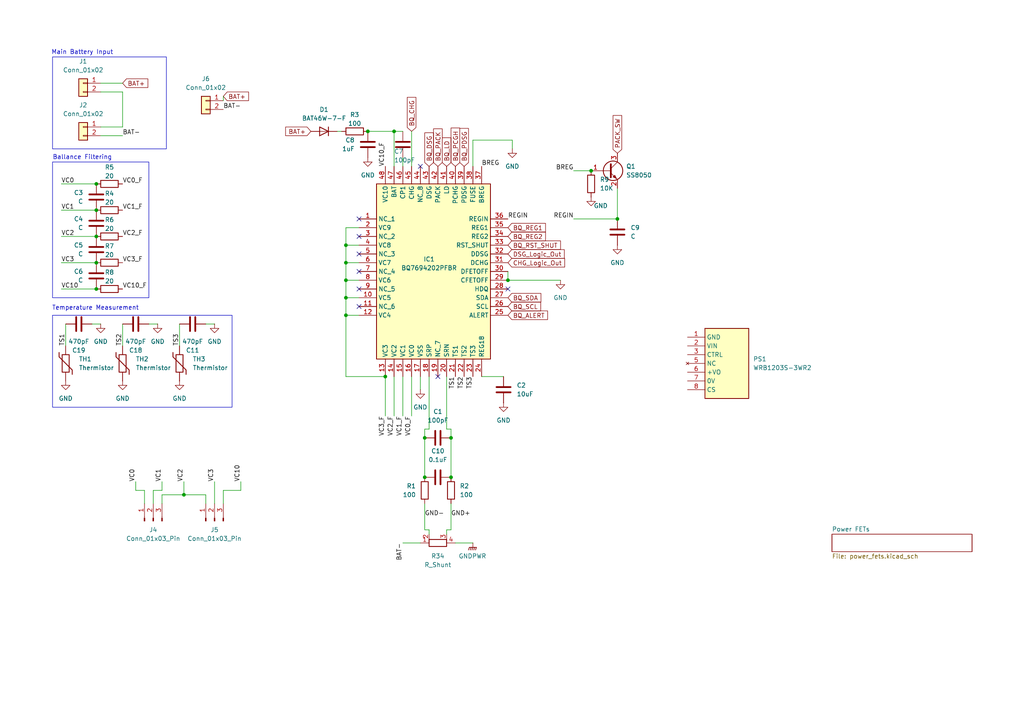
<source format=kicad_sch>
(kicad_sch (version 20250114) (generator "eeschema") (generator_version "9.0")
  (paper "A4")
  (lib_symbols
    (symbol "Connector:Conn_01x03_Pin" (pin_names (offset 1.016) (hide yes))
      (property "Reference" "J" (at 0 5.08 0))
      (property "Value" "Conn_01x03_Pin" (at 0 -5.08 0))
      (symbol "Conn_01x03_Pin_1_1"
        (rectangle (start 0.8636 2.667) (end 0 2.413) (stroke (width 0.1524)) (fill (type outline)))
        (rectangle (start 0.8636 0.127) (end 0 -0.127) (stroke (width 0.1524)) (fill (type outline)))
        (rectangle (start 0.8636 -2.413) (end 0 -2.667) (stroke (width 0.1524)) (fill (type outline)))
        (polyline (pts (xy 1.27 2.54) (xy 0.8636 2.54)) (stroke (width 0.1524)))
        (polyline (pts (xy 1.27 0) (xy 0.8636 0)) (stroke (width 0.1524)))
        (polyline (pts (xy 1.27 -2.54) (xy 0.8636 -2.54)) (stroke (width 0.1524)))
        (pin passive line (at 5.08 2.54 180) (length 3.81) (name "Pin_1") (number "1"))
        (pin passive line (at 5.08 0 180) (length 3.81) (name "Pin_2") (number "2"))
        (pin passive line (at 5.08 -2.54 180) (length 3.81) (name "Pin_3") (number "3"))
      )
    )
    (symbol "Connector_Generic:Conn_01x02" (pin_names (offset 1.016) (hide yes))
      (property "Reference" "J" (at 0 2.54 0))
      (property "Value" "Conn_01x02" (at 0 -5.08 0))
      (symbol "Conn_01x02_1_1"
        (rectangle (start -1.27 1.27) (end 1.27 -3.81) (stroke (width 0.254)) (fill (type background)))
        (rectangle (start -1.27 0.127) (end 0 -0.127) (stroke (width 0.1524)))
        (rectangle (start -1.27 -2.413) (end 0 -2.667) (stroke (width 0.1524)))
        (pin passive line (at -5.08 0 0) (length 3.81) (name "Pin_1") (number "1"))
        (pin passive line (at -5.08 -2.54 0) (length 3.81) (name "Pin_2") (number "2"))
      )
    )
    (symbol "Device:C" (pin_numbers (hide yes)) (pin_names (offset 0.254))
      (property "Reference" "C" (at 0.635 2.54 0))
      (property "Value" "C" (at 0.635 -2.54 0))
      (symbol "C_0_1"
        (polyline (pts (xy -2.032 0.762) (xy 2.032 0.762)) (stroke (width 0.508)))
        (polyline (pts (xy -2.032 -0.762) (xy 2.032 -0.762)) (stroke (width 0.508)))
      )
      (symbol "C_1_1"
        (pin passive line (at 0 3.81 270) (length 2.794) (name "~") (number "1"))
        (pin passive line (at 0 -3.81 90) (length 2.794) (name "~") (number "2"))
      )
    )
    (symbol "Device:D" (pin_numbers (hide yes)) (pin_names (offset 1.016) (hide yes))
      (property "Reference" "D" (at 0 2.54 0))
      (property "Value" "D" (at 0 -2.54 0))
      (symbol "D_0_1"
        (polyline (pts (xy -1.27 1.27) (xy -1.27 -1.27)) (stroke (width 0.254)))
        (polyline (pts (xy 1.27 1.27) (xy 1.27 -1.27) (xy -1.27 0) (xy 1.27 1.27)) (stroke (width 0.254)))
        (polyline (pts (xy 1.27 0) (xy -1.27 0)))
      )
      (symbol "D_1_1"
        (pin passive line (at -3.81 0 0) (length 2.54) (name "K") (number "1"))
        (pin passive line (at 3.81 0 180) (length 2.54) (name "A") (number "2"))
      )
    )
    (symbol "Device:R" (pin_numbers (hide yes)) (pin_names (offset 0))
      (property "Reference" "R" (at 2.032 0 90))
      (property "Value" "R" (at 0 0 90))
      (symbol "R_0_1"
        (rectangle (start -1.016 -2.54) (end 1.016 2.54) (stroke (width 0.254)))
      )
      (symbol "R_1_1"
        (pin passive line (at 0 3.81 270) (length 1.27) (name "~") (number "1"))
        (pin passive line (at 0 -3.81 90) (length 1.27) (name "~") (number "2"))
      )
    )
    (symbol "Device:R_Shunt" (pin_names (offset 0) (hide yes))
      (property "Reference" "R" (at -2.032 0 90))
      (property "Value" "R_Shunt" (at 0 0 90))
      (symbol "R_Shunt_0_1"
        (rectangle (start -1.016 -2.54) (end 1.016 2.54) (stroke (width 0.254)))
        (polyline (pts (xy 0 -2.54) (xy 1.27 -2.54)))
        (polyline (pts (xy 1.27 2.54) (xy 0 2.54)))
      )
      (symbol "R_Shunt_1_1"
        (pin passive line (at 0 5.08 270) (length 2.54) (name "~") (number "1"))
        (pin passive line (at 0 -5.08 90) (length 2.54) (name "~") (number "4"))
        (pin passive line (at 2.54 2.54 180) (length 1.27) (name "~") (number "2"))
        (pin passive line (at 2.54 -2.54 180) (length 1.27) (name "~") (number "3"))
      )
    )
    (symbol "Device:Thermistor" (pin_numbers (hide yes)) (pin_names (offset 0))
      (property "Reference" "TH" (at 2.54 1.27 90))
      (property "Value" "Thermistor" (at -2.54 0 90))
      (symbol "Thermistor_0_1"
        (polyline (pts (xy -1.905 3.175) (xy -1.905 1.905) (xy 1.905 -1.905) (xy 1.905 -3.175)) (stroke (width 0.254)))
      )
      (symbol "Thermistor_1_1"
        (rectangle (start -1.016 2.54) (end 1.016 -2.54) (stroke (width 0.254)))
        (pin passive line (at 0 5.08 270) (length 2.54) (name "~") (number "1"))
        (pin passive line (at 0 -5.08 90) (length 2.54) (name "~") (number "2"))
      )
    )
    (symbol "Samacsys:BQ7694202PFBR"
      (property "Reference" "IC" (at 39.37 15.24 0))
      (property "Value" "BQ7694202PFBR" (at 39.37 12.7 0))
      (symbol "BQ7694202PFBR_1_1"
        (rectangle (start 5.08 10.16) (end 38.1 -40.64) (stroke (width 0.254)) (fill (type background)))
        (pin passive line (at 0 0 0) (length 5.08) (name "NC_1") (number "1"))
        (pin passive line (at 0 -2.54 0) (length 5.08) (name "VC9") (number "2"))
        (pin passive line (at 0 -5.08 0) (length 5.08) (name "NC_2") (number "3"))
        (pin passive line (at 0 -7.62 0) (length 5.08) (name "VC8") (number "4"))
        (pin passive line (at 0 -10.16 0) (length 5.08) (name "NC_3") (number "5"))
        (pin passive line (at 0 -12.7 0) (length 5.08) (name "VC7") (number "6"))
        (pin passive line (at 0 -15.24 0) (length 5.08) (name "NC_4") (number "7"))
        (pin passive line (at 0 -17.78 0) (length 5.08) (name "VC6") (number "8"))
        (pin passive line (at 0 -20.32 0) (length 5.08) (name "NC_5") (number "9"))
        (pin passive line (at 0 -22.86 0) (length 5.08) (name "VC5") (number "10"))
        (pin passive line (at 0 -25.4 0) (length 5.08) (name "NC_6") (number "11"))
        (pin passive line (at 0 -27.94 0) (length 5.08) (name "VC4") (number "12"))
        (pin passive line (at 7.62 15.24 270) (length 5.08) (name "VC10") (number "48"))
        (pin passive line (at 7.62 -45.72 90) (length 5.08) (name "VC3") (number "13"))
        (pin passive line (at 10.16 15.24 270) (length 5.08) (name "BAT") (number "47"))
        (pin passive line (at 10.16 -45.72 90) (length 5.08) (name "VC2") (number "14"))
        (pin passive line (at 12.7 15.24 270) (length 5.08) (name "CP1") (number "46"))
        (pin passive line (at 12.7 -45.72 90) (length 5.08) (name "VC1") (number "15"))
        (pin passive line (at 15.24 15.24 270) (length 5.08) (name "CHG") (number "45"))
        (pin passive line (at 15.24 -45.72 90) (length 5.08) (name "VC0") (number "16"))
        (pin passive line (at 17.78 15.24 270) (length 5.08) (name "NC_8") (number "44"))
        (pin passive line (at 17.78 -45.72 90) (length 5.08) (name "VSS") (number "17"))
        (pin passive line (at 20.32 15.24 270) (length 5.08) (name "DSG") (number "43"))
        (pin passive line (at 20.32 -45.72 90) (length 5.08) (name "SRP") (number "18"))
        (pin passive line (at 22.86 15.24 270) (length 5.08) (name "PACK") (number "42"))
        (pin passive line (at 22.86 -45.72 90) (length 5.08) (name "NC_7") (number "19"))
        (pin passive line (at 25.4 15.24 270) (length 5.08) (name "LD") (number "41"))
        (pin passive line (at 25.4 -45.72 90) (length 5.08) (name "SRN") (number "20"))
        (pin passive line (at 27.94 15.24 270) (length 5.08) (name "PCHG") (number "40"))
        (pin passive line (at 27.94 -45.72 90) (length 5.08) (name "TS1") (number "21"))
        (pin passive line (at 30.48 15.24 270) (length 5.08) (name "PDSG") (number "39"))
        (pin passive line (at 30.48 -45.72 90) (length 5.08) (name "TS2") (number "22"))
        (pin passive line (at 33.02 15.24 270) (length 5.08) (name "FUSE") (number "38"))
        (pin passive line (at 33.02 -45.72 90) (length 5.08) (name "TS3") (number "23"))
        (pin passive line (at 35.56 15.24 270) (length 5.08) (name "BREG") (number "37"))
        (pin passive line (at 35.56 -45.72 90) (length 5.08) (name "REG18") (number "24"))
        (pin passive line (at 43.18 0 180) (length 5.08) (name "REGIN") (number "36"))
        (pin passive line (at 43.18 -2.54 180) (length 5.08) (name "REG1") (number "35"))
        (pin passive line (at 43.18 -5.08 180) (length 5.08) (name "REG2") (number "34"))
        (pin passive line (at 43.18 -7.62 180) (length 5.08) (name "RST_SHUT") (number "33"))
        (pin passive line (at 43.18 -10.16 180) (length 5.08) (name "DDSG") (number "32"))
        (pin passive line (at 43.18 -12.7 180) (length 5.08) (name "DCHG") (number "31"))
        (pin passive line (at 43.18 -15.24 180) (length 5.08) (name "DFETOFF") (number "30"))
        (pin passive line (at 43.18 -17.78 180) (length 5.08) (name "CFETOFF") (number "29"))
        (pin passive line (at 43.18 -20.32 180) (length 5.08) (name "HDQ") (number "28"))
        (pin passive line (at 43.18 -22.86 180) (length 5.08) (name "SDA") (number "27"))
        (pin passive line (at 43.18 -25.4 180) (length 5.08) (name "SCL") (number "26"))
        (pin passive line (at 43.18 -27.94 180) (length 5.08) (name "ALERT") (number "25"))
      )
    )
    (symbol "Samacsys:WRB1203S-3WR2"
      (property "Reference" "PS" (at 19.05 7.62 0))
      (property "Value" "WRB1203S-3WR2" (at 19.05 5.08 0))
      (symbol "WRB1203S-3WR2_1_1"
        (rectangle (start 5.08 2.54) (end 17.78 -17.78) (stroke (width 0.254)) (fill (type background)))
        (pin passive line (at 0 0 0) (length 5.08) (name "GND") (number "1"))
        (pin passive line (at 0 -2.54 0) (length 5.08) (name "VIN") (number "2"))
        (pin passive line (at 0 -5.08 0) (length 5.08) (name "CTRL") (number "3"))
        (pin no_connect line (at 0 -7.62 0) (length 5.08) (name "NC") (number "5"))
        (pin passive line (at 0 -10.16 0) (length 5.08) (name "+VO") (number "6"))
        (pin passive line (at 0 -12.7 0) (length 5.08) (name "0V") (number "7"))
        (pin passive line (at 0 -15.24 0) (length 5.08) (name "CS") (number "8"))
      )
    )
    (symbol "Transistor_BJT:SS8050" (pin_names (offset 0) (hide yes))
      (property "Reference" "Q" (at 5.08 1.905 0))
      (property "Value" "SS8050" (at 5.08 0 0))
      (symbol "SS8050_0_1"
        (polyline (pts (xy -2.54 0) (xy 0.635 0)))
        (polyline (pts (xy 0.635 1.905) (xy 0.635 -1.905)) (stroke (width 0.508)))
        (circle (center 1.27 0) (radius 2.8194) (stroke (width 0.254)))
      )
      (symbol "SS8050_1_1"
        (polyline (pts (xy 0.635 0.635) (xy 2.54 2.54)))
        (polyline (pts (xy 0.635 -0.635) (xy 2.54 -2.54)))
        (polyline (pts (xy 1.27 -1.778) (xy 1.778 -1.27) (xy 2.286 -2.286) (xy 1.27 -1.778)) (fill (type outline)))
        (pin input line (at -5.08 0 0) (length 2.54) (name "B") (number "1"))
        (pin passive line (at 2.54 5.08 270) (length 2.54) (name "C") (number "3"))
        (pin passive line (at 2.54 -5.08 90) (length 2.54) (name "E") (number "2"))
      )
    )
    (symbol "power:GND" (power) (pin_numbers (hide yes)) (pin_names (offset 0) (hide yes))
      (property "Value" "GND" (at 0 -3.81 0))
      (symbol "GND_0_1"
        (polyline (pts (xy 0 0) (xy 0 -1.27) (xy 1.27 -1.27) (xy 0 -2.54) (xy -1.27 -1.27) (xy 0 -1.27)))
      )
      (symbol "GND_1_1"
        (pin power_in line (at 0 0 270) (length 0) (name "~") (number "1"))
      )
    )
    (symbol "power:GNDPWR" (power) (pin_numbers (hide yes)) (pin_names (offset 0) (hide yes))
      (property "Value" "GNDPWR" (at 0 -3.302 0))
      (symbol "GNDPWR_0_1"
        (polyline (pts (xy -1.016 -1.27) (xy -1.27 -2.032) (xy -1.27 -2.032)) (stroke (width 0.2032)))
        (polyline (pts (xy -0.508 -1.27) (xy -0.762 -2.032) (xy -0.762 -2.032)) (stroke (width 0.2032)))
        (polyline (pts (xy 0 -1.27) (xy 0 0)))
        (polyline (pts (xy 0 -1.27) (xy -0.254 -2.032) (xy -0.254 -2.032)) (stroke (width 0.2032)))
        (polyline (pts (xy 0.508 -1.27) (xy 0.254 -2.032) (xy 0.254 -2.032)) (stroke (width 0.2032)))
        (polyline (pts (xy 1.016 -1.27) (xy -1.016 -1.27) (xy -1.016 -1.27)) (stroke (width 0.2032)))
        (polyline (pts (xy 1.016 -1.27) (xy 0.762 -2.032) (xy 0.762 -2.032) (xy 0.762 -2.032)) (stroke (width 0.2032)))
      )
      (symbol "GNDPWR_1_1"
        (pin power_in line (at 0 0 270) (length 0) (name "~") (number "1"))
      )
    )
  )
  (rectangle (start 15.24 91.44) (end 67.31 118.11))
  (rectangle (start 15.24 16.51) (end 48.26 43.18))
  (rectangle (start 15.24 46.99) (end 43.18 86.36))
  (text "Ballance Filtering" (at 23.876 45.72 0) (effects (font (size 1.27 1.27))))
  (text "Temperature Measurement" (at 27.686 89.408 0) (effects (font (size 1.27 1.27))))
  (text "Main Battery Input" (at 23.876 15.24 0) (effects (font (size 1.27 1.27))))
  (junction (at 123.19 138.43))
  (junction (at 100.33 86.36))
  (junction (at 123.19 127))
  (junction (at 130.81 127))
  (junction (at 100.33 91.44))
  (junction (at 106.68 38.1))
  (junction (at 130.81 138.43))
  (junction (at 111.76 109.22))
  (junction (at 179.07 63.5))
  (junction (at 100.33 76.2))
  (junction (at 114.3 38.1))
  (junction (at 27.94 53.34))
  (junction (at 27.94 68.58))
  (junction (at 100.33 81.28))
  (junction (at 27.94 60.96))
  (junction (at 171.45 49.53))
  (junction (at 27.94 83.82))
  (junction (at 53.34 143.51))
  (junction (at 100.33 71.12))
  (junction (at 27.94 76.2))
  (junction (at 147.32 81.28))
  (no_connect (at 121.92 48.26))
  (no_connect (at 147.32 83.82))
  (no_connect (at 104.14 78.74))
  (no_connect (at 127 109.22))
  (no_connect (at 104.14 83.82))
  (no_connect (at 104.14 68.58))
  (no_connect (at 104.14 73.66))
  (no_connect (at 104.14 63.5))
  (no_connect (at 104.14 88.9))
  (wire (pts (xy 62.23 139.7) (xy 62.23 146.05)))
  (wire (pts (xy 53.34 143.51) (xy 59.69 143.51)))
  (wire (pts (xy 19.05 93.98) (xy 19.05 100.33)))
  (wire (pts (xy 129.54 153.67) (xy 130.81 153.67)))
  (wire (pts (xy 35.56 36.83) (xy 29.21 36.83)))
  (wire (pts (xy 59.69 143.51) (xy 59.69 146.05)))
  (wire (pts (xy 129.54 109.22) (xy 129.54 124.46)))
  (wire (pts (xy 17.78 76.2) (xy 27.94 76.2)))
  (wire (pts (xy 166.37 63.5) (xy 179.07 63.5)))
  (wire (pts (xy 111.76 109.22) (xy 111.76 120.65)))
  (wire (pts (xy 39.37 139.7) (xy 39.37 142.24)))
  (wire (pts (xy 62.23 93.98) (xy 59.69 93.98)))
  (wire (pts (xy 35.56 26.67) (xy 35.56 36.83)))
  (wire (pts (xy 100.33 71.12) (xy 104.14 71.12)))
  (wire (pts (xy 121.92 113.03) (xy 121.92 109.22)))
  (wire (pts (xy 17.78 53.34) (xy 27.94 53.34)))
  (wire (pts (xy 116.84 45.72) (xy 116.84 48.26)))
  (wire (pts (xy 129.54 153.67) (xy 129.54 154.94)))
  (wire (pts (xy 44.45 142.24) (xy 44.45 146.05)))
  (wire (pts (xy 53.34 139.7) (xy 53.34 143.51)))
  (wire (pts (xy 39.37 142.24) (xy 41.91 142.24)))
  (wire (pts (xy 100.33 76.2) (xy 104.14 76.2)))
  (wire (pts (xy 100.33 91.44) (xy 100.33 86.36)))
  (wire (pts (xy 41.91 142.24) (xy 41.91 146.05)))
  (wire (pts (xy 130.81 153.67) (xy 130.81 146.05)))
  (wire (pts (xy 147.32 81.28) (xy 162.56 81.28)))
  (wire (pts (xy 53.34 143.51) (xy 46.99 143.51)))
  (wire (pts (xy 106.68 38.1) (xy 114.3 38.1)))
  (wire (pts (xy 114.3 109.22) (xy 114.3 120.65)))
  (wire (pts (xy 130.81 138.43) (xy 130.81 127)))
  (wire (pts (xy 123.19 146.05) (xy 123.19 153.67)))
  (wire (pts (xy 100.33 81.28) (xy 104.14 81.28)))
  (wire (pts (xy 46.99 143.51) (xy 46.99 146.05)))
  (wire (pts (xy 100.33 66.04) (xy 104.14 66.04)))
  (wire (pts (xy 116.84 157.48) (xy 121.92 157.48)))
  (wire (pts (xy 46.99 142.24) (xy 44.45 142.24)))
  (wire (pts (xy 124.46 153.67) (xy 124.46 154.94)))
  (wire (pts (xy 52.07 93.98) (xy 52.07 100.33)))
  (wire (pts (xy 100.33 86.36) (xy 104.14 86.36)))
  (wire (pts (xy 100.33 76.2) (xy 100.33 71.12)))
  (wire (pts (xy 114.3 38.1) (xy 114.3 48.26)))
  (wire (pts (xy 119.38 38.1) (xy 119.38 48.26)))
  (wire (pts (xy 43.18 93.98) (xy 45.72 93.98)))
  (wire (pts (xy 179.07 63.5) (xy 179.07 54.61)))
  (wire (pts (xy 17.78 60.96) (xy 27.94 60.96)))
  (wire (pts (xy 123.19 138.43) (xy 123.19 127)))
  (wire (pts (xy 123.19 153.67) (xy 124.46 153.67)))
  (wire (pts (xy 124.46 109.22) (xy 124.46 124.46)))
  (wire (pts (xy 64.77 27.94) (xy 64.77 29.21)))
  (wire (pts (xy 29.21 24.13) (xy 35.56 24.13)))
  (wire (pts (xy 100.33 81.28) (xy 100.33 76.2)))
  (wire (pts (xy 146.05 109.22) (xy 139.7 109.22)))
  (wire (pts (xy 137.16 48.26) (xy 137.16 40.64)))
  (wire (pts (xy 64.77 142.24) (xy 64.77 146.05)))
  (wire (pts (xy 116.84 109.22) (xy 116.84 120.65)))
  (wire (pts (xy 99.06 38.1) (xy 97.79 38.1)))
  (wire (pts (xy 104.14 91.44) (xy 100.33 91.44)))
  (wire (pts (xy 35.56 93.98) (xy 35.56 100.33)))
  (wire (pts (xy 100.33 71.12) (xy 100.33 66.04)))
  (wire (pts (xy 26.67 93.98) (xy 29.21 93.98)))
  (wire (pts (xy 29.21 39.37) (xy 35.56 39.37)))
  (wire (pts (xy 148.59 40.64) (xy 148.59 43.18)))
  (wire (pts (xy 166.37 49.53) (xy 171.45 49.53)))
  (wire (pts (xy 119.38 109.22) (xy 119.38 120.65)))
  (wire (pts (xy 111.76 109.22) (xy 100.33 109.22)))
  (wire (pts (xy 69.85 139.7) (xy 69.85 142.24)))
  (wire (pts (xy 100.33 86.36) (xy 100.33 81.28)))
  (wire (pts (xy 124.46 124.46) (xy 123.19 124.46)))
  (wire (pts (xy 17.78 83.82) (xy 27.94 83.82)))
  (wire (pts (xy 69.85 142.24) (xy 64.77 142.24)))
  (wire (pts (xy 100.33 109.22) (xy 100.33 91.44)))
  (wire (pts (xy 147.32 78.74) (xy 147.32 81.28)))
  (wire (pts (xy 29.21 26.67) (xy 35.56 26.67)))
  (wire (pts (xy 46.99 139.7) (xy 46.99 142.24)))
  (wire (pts (xy 114.3 38.1) (xy 116.84 38.1)))
  (wire (pts (xy 129.54 124.46) (xy 130.81 124.46)))
  (wire (pts (xy 123.19 124.46) (xy 123.19 127)))
  (wire (pts (xy 130.81 124.46) (xy 130.81 127)))
  (wire (pts (xy 137.16 40.64) (xy 148.59 40.64)))
  (wire (pts (xy 132.08 157.48) (xy 137.16 157.48)))
  (wire (pts (xy 27.94 68.58) (xy 17.78 68.58)))
  (label "BREG" (at 139.7 48.26 0))
  (label "VC2" (at 17.78 68.58 0))
  (label "TS1" (at 19.05 100.33 90))
  (label "TS1" (at 132.08 109.22 270))
  (label "VC1" (at 17.78 60.96 0))
  (label "VC1_F" (at 116.84 120.65 270))
  (label "TS3" (at 137.16 109.22 270))
  (label "VC3_F" (at 111.76 120.65 270))
  (label "TS3" (at 52.07 100.33 90))
  (label "VC2_F" (at 35.56 68.58 0))
  (label "BAT-" (at 116.84 157.48 270))
  (label "VC3_F" (at 35.56 76.2 0))
  (label "VC3" (at 17.78 76.2 0))
  (label "VC2" (at 53.34 139.7 90))
  (label "VC0" (at 39.37 139.7 90))
  (label "VC10" (at 17.78 83.82 0))
  (label "VC1" (at 46.99 139.7 90))
  (label "VC0" (at 17.78 53.34 0))
  (label "BAT-" (at 35.56 39.37 0))
  (label "VC2_F" (at 114.3 120.65 270))
  (label "VC0_F" (at 119.38 120.65 270))
  (label "VC3" (at 62.23 139.7 90))
  (label "VC10" (at 69.85 139.7 90))
  (label "GND+" (at 130.81 149.86 0))
  (label "VC10_F" (at 111.76 48.26 90))
  (label "REGIN" (at 147.32 63.5 0))
  (label "BREG" (at 166.37 49.53 180))
  (label "VC0_F" (at 35.56 53.34 0))
  (label "VC10_F" (at 35.56 83.82 0))
  (label "TS2" (at 35.56 100.33 90))
  (label "TS2" (at 134.62 109.22 270))
  (label "BAT-" (at 64.77 31.75 0))
  (label "VC1_F" (at 35.56 60.96 0))
  (label "GND-" (at 123.19 149.86 0))
  (label "REGIN" (at 166.37 63.5 180))
  (global_label "BQ_REG1" (shape input) (at 147.32 66.04 0) (property "Intersheetrefs" "${INTERSHEET_REFS}" (effects (hide yes))))
  (global_label "DSG_Logic_Out" (shape input) (at 147.32 73.66 0) (property "Intersheetrefs" "${INTERSHEET_REFS}" (effects (hide yes))))
  (global_label "BQ_REG2" (shape input) (at 147.32 68.58 0) (property "Intersheetrefs" "${INTERSHEET_REFS}" (effects (hide yes))))
  (global_label "PACK_SW" (shape input) (at 179.07 44.45 90) (property "Intersheetrefs" "${INTERSHEET_REFS}" (effects (hide yes))))
  (global_label "BQ_RST_SHUT" (shape input) (at 147.32 71.12 0) (property "Intersheetrefs" "${INTERSHEET_REFS}" (effects (hide yes))))
  (global_label "BQ_SDA" (shape input) (at 147.32 86.36 0) (property "Intersheetrefs" "${INTERSHEET_REFS}" (effects (hide yes))))
  (global_label "BQ_ALERT" (shape input) (at 147.32 91.44 0) (property "Intersheetrefs" "${INTERSHEET_REFS}" (effects (hide yes))))
  (global_label "BQ_DSG" (shape input) (at 124.46 48.26 90) (property "Intersheetrefs" "${INTERSHEET_REFS}" (effects (hide yes))))
  (global_label "BQ_LD" (shape input) (at 129.54 48.26 90) (property "Intersheetrefs" "${INTERSHEET_REFS}" (effects (hide yes))))
  (global_label "BAT+" (shape input) (at 64.77 27.94 0) (property "Intersheetrefs" "${INTERSHEET_REFS}" (effects (hide yes))))
  (global_label "BQ_SCL" (shape input) (at 147.32 88.9 0) (property "Intersheetrefs" "${INTERSHEET_REFS}" (effects (hide yes))))
  (global_label "BQ_PACK" (shape input) (at 127 48.26 90) (property "Intersheetrefs" "${INTERSHEET_REFS}" (effects (hide yes))))
  (global_label "BAT+" (shape input) (at 90.17 38.1 180) (property "Intersheetrefs" "${INTERSHEET_REFS}" (effects (hide yes))))
  (global_label "BQ_PDSG" (shape input) (at 134.62 48.26 90) (property "Intersheetrefs" "${INTERSHEET_REFS}" (effects (hide yes))))
  (global_label "BQ_PCGH" (shape input) (at 132.08 48.26 90) (property "Intersheetrefs" "${INTERSHEET_REFS}" (effects (hide yes))))
  (global_label "BQ_CHG" (shape input) (at 119.38 38.1 90) (property "Intersheetrefs" "${INTERSHEET_REFS}" (effects (hide yes))))
  (global_label "CHG_Logic_Out" (shape input) (at 147.32 76.2 0) (property "Intersheetrefs" "${INTERSHEET_REFS}" (effects (hide yes))))
  (global_label "BAT+" (shape input) (at 35.56 24.13 0) (property "Intersheetrefs" "${INTERSHEET_REFS}" (effects (hide yes))))
  (symbol (lib_id "power:GND") (at 45.72 93.98 0) (unit 1)
    (property "Reference" "#PWR020" (effects (hide yes)))
    (property "Value" "GND" (at 45.72 99.06 0))
    (property "Description" "Power symbol creates a global label with name \"GND\" , ground" (effects (hide yes)))
  )
  (symbol (lib_id "Connector_Generic:Conn_01x02") (at 24.13 36.83 0) (mirror y) (unit 1)
    (property "Reference" "J2" (at 24.13 30.48 0))
    (property "Value" "Conn_01x02" (at 24.13 33.02 0))
    (property "Footprint" "Connector_AMASS:AMASS_XT60-M_1x02_P7.20mm_Vertical" (effects (hide yes)))
    (property "Description" "Generic connector, single row, 01x02, script generated (kicad-library-utils/schlib/autogen/connector/)" (effects (hide yes)))
  )
  (symbol (lib_id "Device:R") (at 102.87 38.1 90) (mirror x) (unit 1)
    (property "Reference" "R3" (at 102.87 33.274 90))
    (property "Value" "100" (at 102.87 35.814 90))
    (property "Footprint" "Resistor_SMD:R_0603_1608Metric" (effects (hide yes)))
    (property "Description" "Resistor" (effects (hide yes)))
  )
  (symbol (lib_id "power:GND") (at 121.92 113.03 0) (unit 1)
    (property "Reference" "#PWR01" (effects (hide yes)))
    (property "Value" "GND" (at 121.92 118.11 0))
    (property "Description" "Power symbol creates a global label with name \"GND\" , ground" (effects (hide yes)))
  )
  (symbol (lib_id "Device:C") (at 27.94 64.77 0) (mirror y) (unit 1)
    (property "Reference" "C4" (at 24.13 63.4999 0) (effects (justify left)))
    (property "Value" "C" (at 24.13 66.0399 0) (effects (justify left)))
    (property "Footprint" "Capacitor_SMD:C_0603_1608Metric" (effects (hide yes)))
    (property "Description" "Unpolarized capacitor" (effects (hide yes)))
  )
  (symbol (lib_id "power:GND") (at 179.07 71.12 0) (unit 1)
    (property "Reference" "#PWR017" (effects (hide yes)))
    (property "Value" "GND" (at 179.07 76.2 0))
    (property "Description" "Power symbol creates a global label with name \"GND\" , ground" (effects (hide yes)))
  )
  (symbol (lib_id "Device:R") (at 123.19 142.24 0) (mirror y) (unit 1)
    (property "Reference" "R1" (at 120.65 140.9699 0) (effects (justify left)))
    (property "Value" "100" (at 120.65 143.5099 0) (effects (justify left)))
    (property "Footprint" "Resistor_SMD:R_0603_1608Metric" (effects (hide yes)))
    (property "Description" "Resistor" (effects (hide yes)))
  )
  (symbol (lib_id "Device:C") (at 27.94 80.01 0) (mirror y) (unit 1)
    (property "Reference" "C6" (at 24.13 78.7399 0) (effects (justify left)))
    (property "Value" "C" (at 24.13 81.2799 0) (effects (justify left)))
    (property "Footprint" "Capacitor_SMD:C_0603_1608Metric" (effects (hide yes)))
    (property "Description" "Unpolarized capacitor" (effects (hide yes)))
  )
  (symbol (lib_id "Connector:Conn_01x03_Pin") (at 44.45 151.13 90) (unit 1)
    (property "Reference" "J4" (at 44.45 153.67 90))
    (property "Value" "Conn_01x03_Pin" (at 44.45 156.21 90))
    (property "Footprint" "Connector_JST:JST_XH_B3B-XH-A_1x03_P2.50mm_Vertical" (effects (hide yes)))
    (property "Description" "Generic connector, single row, 01x03, script generated" (effects (hide yes)))
  )
  (symbol (lib_id "Connector_Generic:Conn_01x02") (at 24.13 24.13 0) (mirror y) (unit 1)
    (property "Reference" "J1" (at 24.13 17.78 0))
    (property "Value" "Conn_01x02" (at 24.13 20.32 0))
    (property "Footprint" "Connector_AMASS:AMASS_XT60-M_1x02_P7.20mm_Vertical" (effects (hide yes)))
    (property "Description" "Generic connector, single row, 01x02, script generated (kicad-library-utils/schlib/autogen/connector/)" (effects (hide yes)))
  )
  (symbol (lib_id "Samacsys:BQ7694202PFBR") (at 104.14 63.5 0) (unit 1)
    (property "Reference" "IC1" (at 124.46 75.184 0))
    (property "Value" "BQ7694202PFBR" (at 124.46 77.724 0))
    (property "Footprint" "Samacsys:QFP50P900X900X120-48N" (effects (hide yes)))
    (property "Datasheet" "https://www.ti.com/lit/ds/symlink/bq76942.pdf?ts=1642500793238&ref_url=https%253A%252F%252Fwww.ti.com%252Fproduct%252FBQ76942" (effects (hide yes)))
    (property "Description" "BQ76942 3-Series to 10-Series High Accuracy Battery Monitor and Protector for Li-Ion, Li- Polymer, and LiFePO4  Battery Packs" (effects (hide yes)))
    (property "Height" "1.2" (effects (hide yes)))
    (property "Manufacturer_Name" "Texas Instruments" (effects (hide yes)))
    (property "Manufacturer_Part_Number" "BQ7694202PFBR" (effects (hide yes)))
    (property "Mouser Part Number" "595-BQ7694202PFBR" (effects (hide yes)))
    (property "Mouser Price/Stock" "https://www.mouser.co.uk/ProductDetail/Texas-Instruments/BQ7694202PFBR?qs=iLbezkQI%252BshAVl2BMDVCMQ%3D%3D" (effects (hide yes)))
    (property "Arrow Part Number" "BQ7694202PFBR" (effects (hide yes)))
    (property "Arrow Price/Stock" "https://www.arrow.com/en/products/bq7694202pfbr/texas-instruments?utm_currency=USD&region=nac" (effects (hide yes)))
  )
  (symbol (lib_id "power:GND") (at 19.05 110.49 0) (unit 1)
    (property "Reference" "#PWR03" (effects (hide yes)))
    (property "Value" "GND" (at 19.05 115.57 0))
    (property "Description" "Power symbol creates a global label with name \"GND\" , ground" (effects (hide yes)))
  )
  (symbol (lib_id "Device:Thermistor") (at 52.07 105.41 0) (unit 1)
    (property "Reference" "TH3" (at 55.88 104.1399 0) (effects (justify left)))
    (property "Value" "Thermistor" (at 55.88 106.6799 0) (effects (justify left)))
    (property "Footprint" "Connector_JST:JST_XH_B2B-XH-A_1x02_P2.50mm_Vertical" (effects (hide yes)))
    (property "Description" "Temperature dependent resistor" (effects (hide yes)))
  )
  (symbol (lib_id "Device:R") (at 171.45 53.34 0) (unit 1)
    (property "Reference" "R9" (at 173.99 52.0699 0) (effects (justify left)))
    (property "Value" "10K" (at 173.99 54.6099 0) (effects (justify left)))
    (property "Footprint" "Resistor_SMD:R_0603_1608Metric" (effects (hide yes)))
    (property "Description" "Resistor" (effects (hide yes)))
  )
  (symbol (lib_id "power:GND") (at 106.68 45.72 0) (unit 1)
    (property "Reference" "#PWR06" (effects (hide yes)))
    (property "Value" "GND" (at 106.68 50.8 0))
    (property "Description" "Power symbol creates a global label with name \"GND\" , ground" (effects (hide yes)))
  )
  (symbol (lib_id "Device:Thermistor") (at 35.56 105.41 0) (unit 1)
    (property "Reference" "TH2" (at 39.37 104.1399 0) (effects (justify left)))
    (property "Value" "Thermistor" (at 39.37 106.6799 0) (effects (justify left)))
    (property "Footprint" "Connector_JST:JST_XH_B2B-XH-A_1x02_P2.50mm_Vertical" (effects (hide yes)))
    (property "Description" "Temperature dependent resistor" (effects (hide yes)))
  )
  (symbol (lib_id "power:GND") (at 146.05 116.84 0) (unit 1)
    (property "Reference" "#PWR02" (effects (hide yes)))
    (property "Value" "GND" (at 146.05 121.92 0))
    (property "Description" "Power symbol creates a global label with name \"GND\" , ground" (effects (hide yes)))
  )
  (symbol (lib_id "Device:C") (at 127 127 90) (unit 1)
    (property "Reference" "C1" (at 127 119.38 90))
    (property "Value" "100pF" (at 127 121.92 90))
    (property "Footprint" "Capacitor_SMD:C_0603_1608Metric" (effects (hide yes)))
    (property "Description" "Unpolarized capacitor" (effects (hide yes)))
  )
  (symbol (lib_id "Device:R_Shunt") (at 127 157.48 90) (unit 1)
    (property "Reference" "R34" (at 127 161.29 90))
    (property "Value" "R_Shunt" (at 127 163.83 90))
    (property "Footprint" "Samacsys:WSK1216L2000FEA" (effects (hide yes)))
    (property "Description" "Shunt resistor with Kelvin connections" (effects (hide yes)))
  )
  (symbol (lib_id "Device:C") (at 179.07 67.31 0) (unit 1)
    (property "Reference" "C9" (at 182.88 66.0399 0) (effects (justify left)))
    (property "Value" "C" (at 182.88 68.5799 0) (effects (justify left)))
    (property "Footprint" "Capacitor_SMD:C_0603_1608Metric" (effects (hide yes)))
    (property "Description" "Unpolarized capacitor" (effects (hide yes)))
  )
  (symbol (lib_id "Device:C") (at 127 138.43 90) (unit 1)
    (property "Reference" "C10" (at 127 130.81 90))
    (property "Value" "0.1uF" (at 127 133.35 90))
    (property "Footprint" "Capacitor_SMD:C_0603_1608Metric" (effects (hide yes)))
    (property "Description" "Unpolarized capacitor" (effects (hide yes)))
  )
  (symbol (lib_id "power:GND") (at 148.59 43.18 0) (unit 1)
    (property "Reference" "#PWR08" (effects (hide yes)))
    (property "Value" "GND" (at 148.59 48.26 0))
    (property "Description" "Power symbol creates a global label with name \"GND\" , ground" (effects (hide yes)))
  )
  (symbol (lib_id "Samacsys:WRB1203S-3WR2") (at 199.39 97.79 0) (unit 1)
    (property "Reference" "PS1" (at 218.44 104.1399 0) (effects (justify left)))
    (property "Value" "WRB1203S-3WR2" (at 218.44 106.6799 0) (effects (justify left)))
    (property "Footprint" "Samacsys:WRB1203S3WR2" (effects (hide yes)))
    (property "Datasheet" "https://www.mornsun-power.com/html/pdf/WRB1203S-3WR2.html" (effects (hide yes)))
    (property "Description" "ISOLATED MODULE DC DC CONVERTER" (effects (hide yes)))
    (property "Height" "12.25" (effects (hide yes)))
    (property "Manufacturer_Name" "Mornsun Power" (effects (hide yes)))
    (property "Manufacturer_Part_Number" "WRB1203S-3WR2" (effects (hide yes)))
  )
  (symbol (lib_id "Connector:Conn_01x03_Pin") (at 62.23 151.13 90) (unit 1)
    (property "Reference" "J5" (at 62.23 153.67 90))
    (property "Value" "Conn_01x03_Pin" (at 62.23 156.21 90))
    (property "Footprint" "Connector_JST:JST_XH_B3B-XH-A_1x03_P2.50mm_Vertical" (effects (hide yes)))
    (property "Description" "Generic connector, single row, 01x03, script generated" (effects (hide yes)))
  )
  (symbol (lib_id "Connector_Generic:Conn_01x02") (at 59.69 29.21 0) (mirror y) (unit 1)
    (property "Reference" "J6" (at 59.69 22.86 0))
    (property "Value" "Conn_01x02" (at 59.69 25.4 0))
    (property "Footprint" "Connector_AMASS:AMASS_XT60-M_1x02_P7.20mm_Vertical" (effects (hide yes)))
    (property "Description" "Generic connector, single row, 01x02, script generated (kicad-library-utils/schlib/autogen/connector/)" (effects (hide yes)))
  )
  (symbol (lib_id "Device:C") (at 27.94 57.15 0) (mirror y) (unit 1)
    (property "Reference" "C3" (at 24.13 55.8799 0) (effects (justify left)))
    (property "Value" "C" (at 24.13 58.4199 0) (effects (justify left)))
    (property "Footprint" "Capacitor_SMD:C_0603_1608Metric" (effects (hide yes)))
    (property "Description" "Unpolarized capacitor" (effects (hide yes)))
  )
  (symbol (lib_id "Device:Thermistor") (at 19.05 105.41 0) (unit 1)
    (property "Reference" "TH1" (at 22.86 104.1399 0) (effects (justify left)))
    (property "Value" "Thermistor" (at 22.86 106.6799 0) (effects (justify left)))
    (property "Footprint" "Connector_JST:JST_XH_B2B-XH-A_1x02_P2.50mm_Vertical" (effects (hide yes)))
    (property "Description" "Temperature dependent resistor" (effects (hide yes)))
  )
  (symbol (lib_id "Device:R") (at 31.75 53.34 90) (mirror x) (unit 1)
    (property "Reference" "R5" (at 31.75 48.514 90))
    (property "Value" "20" (at 31.75 51.054 90))
    (property "Footprint" "Resistor_SMD:R_0603_1608Metric" (effects (hide yes)))
    (property "Description" "Resistor" (effects (hide yes)))
  )
  (symbol (lib_id "Device:R") (at 31.75 76.2 90) (mirror x) (unit 1)
    (property "Reference" "R7" (at 31.75 71.374 90))
    (property "Value" "20" (at 31.75 73.914 90))
    (property "Footprint" "Resistor_SMD:R_0603_1608Metric" (effects (hide yes)))
    (property "Description" "Resistor" (effects (hide yes)))
  )
  (symbol (lib_id "Device:R") (at 31.75 60.96 90) (mirror x) (unit 1)
    (property "Reference" "R4" (at 31.75 56.134 90))
    (property "Value" "20" (at 31.75 58.674 90))
    (property "Footprint" "Resistor_SMD:R_0603_1608Metric" (effects (hide yes)))
    (property "Description" "Resistor" (effects (hide yes)))
  )
  (symbol (lib_id "Device:C") (at 39.37 93.98 270) (unit 1)
    (property "Reference" "C18" (at 39.37 101.6 90))
    (property "Value" "470pF" (at 39.37 99.06 90))
    (property "Footprint" "Capacitor_SMD:C_0603_1608Metric" (effects (hide yes)))
    (property "Description" "Unpolarized capacitor" (effects (hide yes)))
  )
  (symbol (lib_id "power:GND") (at 171.45 57.15 0) (unit 1)
    (property "Reference" "#PWR09" (effects (hide yes)))
    (property "Value" "GND" (at 174.244 59.69 0))
    (property "Description" "Power symbol creates a global label with name \"GND\" , ground" (effects (hide yes)))
  )
  (symbol (lib_id "Device:R") (at 31.75 83.82 90) (mirror x) (unit 1)
    (property "Reference" "R8" (at 31.75 78.994 90))
    (property "Value" "20" (at 31.75 81.534 90))
    (property "Footprint" "Resistor_SMD:R_0603_1608Metric" (effects (hide yes)))
    (property "Description" "Resistor" (effects (hide yes)))
  )
  (symbol (lib_id "power:GND") (at 29.21 93.98 0) (unit 1)
    (property "Reference" "#PWR021" (effects (hide yes)))
    (property "Value" "GND" (at 29.21 99.06 0))
    (property "Description" "Power symbol creates a global label with name \"GND\" , ground" (effects (hide yes)))
  )
  (symbol (lib_id "Device:R") (at 130.81 142.24 0) (unit 1)
    (property "Reference" "R2" (at 133.35 140.9699 0) (effects (justify left)))
    (property "Value" "100" (at 133.35 143.5099 0) (effects (justify left)))
    (property "Footprint" "Resistor_SMD:R_0603_1608Metric" (effects (hide yes)))
    (property "Description" "Resistor" (effects (hide yes)))
  )
  (symbol (lib_id "Device:C") (at 146.05 113.03 0) (unit 1)
    (property "Reference" "C2" (at 149.86 111.7599 0) (effects (justify left)))
    (property "Value" "10uF" (at 149.86 114.2999 0) (effects (justify left)))
    (property "Footprint" "Capacitor_SMD:C_0603_1608Metric" (effects (hide yes)))
    (property "Description" "Unpolarized capacitor" (effects (hide yes)))
  )
  (symbol (lib_id "Device:C") (at 116.84 41.91 0) (unit 1)
    (property "Reference" "C7" (at 114.3 43.9054 0) (effects (justify left)))
    (property "Value" "100pF" (at 114.3 46.4454 0) (effects (justify left)))
    (property "Footprint" "Capacitor_SMD:C_0603_1608Metric" (effects (hide yes)))
    (property "Description" "Unpolarized capacitor" (effects (hide yes)))
  )
  (symbol (lib_id "Device:C") (at 106.68 41.91 0) (mirror y) (unit 1)
    (property "Reference" "C8" (at 102.87 40.6399 0) (effects (justify left)))
    (property "Value" "1uF" (at 102.87 43.1799 0) (effects (justify left)))
    (property "Footprint" "Capacitor_SMD:C_0603_1608Metric" (effects (hide yes)))
    (property "Description" "Unpolarized capacitor" (effects (hide yes)))
  )
  (symbol (lib_id "Device:C") (at 55.88 93.98 270) (unit 1)
    (property "Reference" "C11" (at 55.88 101.6 90))
    (property "Value" "470pF" (at 55.88 99.06 90))
    (property "Footprint" "Capacitor_SMD:C_0603_1608Metric" (effects (hide yes)))
    (property "Description" "Unpolarized capacitor" (effects (hide yes)))
  )
  (symbol (lib_id "Device:R") (at 31.75 68.58 90) (mirror x) (unit 1)
    (property "Reference" "R6" (at 31.75 63.754 90))
    (property "Value" "20" (at 31.75 66.294 90))
    (property "Footprint" "Resistor_SMD:R_0603_1608Metric" (effects (hide yes)))
    (property "Description" "Resistor" (effects (hide yes)))
  )
  (symbol (lib_id "power:GND") (at 62.23 93.98 0) (unit 1)
    (property "Reference" "#PWR019" (effects (hide yes)))
    (property "Value" "GND" (at 62.23 99.06 0))
    (property "Description" "Power symbol creates a global label with name \"GND\" , ground" (effects (hide yes)))
  )
  (symbol (lib_id "Transistor_BJT:SS8050") (at 176.53 49.53 0) (unit 1)
    (property "Reference" "Q1" (at 181.61 48.2599 0) (effects (justify left)))
    (property "Value" "SS8050" (at 181.61 50.7999 0) (effects (justify left)))
    (property "Footprint" "Package_TO_SOT_SMD:SOT-23" (effects (hide yes)))
    (property "Datasheet" "http://www.secosgmbh.com/datasheet/products/SSMPTransistor/SOT-23/SS8050.pdf" (effects (hide yes)))
    (property "Description" "General Purpose NPN Transistor, 1.5A Ic, 25V Vce, SOT-23" (effects (hide yes)))
    (property "Sim.Device" "NPN" (effects (hide yes)))
    (property "Sim.Pins" "1=B 2=E 3=C" (effects (hide yes)))
  )
  (symbol (lib_id "Device:C") (at 27.94 72.39 0) (mirror y) (unit 1)
    (property "Reference" "C5" (at 24.13 71.1199 0) (effects (justify left)))
    (property "Value" "C" (at 24.13 73.6599 0) (effects (justify left)))
    (property "Footprint" "Capacitor_SMD:C_0603_1608Metric" (effects (hide yes)))
    (property "Description" "Unpolarized capacitor" (effects (hide yes)))
  )
  (symbol (lib_id "power:GNDPWR") (at 137.16 157.48 0) (unit 1)
    (property "Reference" "#PWR018" (effects (hide yes)))
    (property "Value" "GNDPWR" (at 137.033 161.29 0))
    (property "Description" "Power symbol creates a global label with name \"GNDPWR\" , global ground" (effects (hide yes)))
  )
  (symbol (lib_id "Device:C") (at 22.86 93.98 270) (unit 1)
    (property "Reference" "C19" (at 22.86 101.6 90))
    (property "Value" "470pF" (at 22.86 99.06 90))
    (property "Footprint" "Capacitor_SMD:C_0603_1608Metric" (effects (hide yes)))
    (property "Description" "Unpolarized capacitor" (effects (hide yes)))
  )
  (symbol (lib_id "power:GND") (at 162.56 81.28 0) (unit 1)
    (property "Reference" "#PWR07" (effects (hide yes)))
    (property "Value" "GND" (at 162.56 86.36 0))
    (property "Description" "Power symbol creates a global label with name \"GND\" , ground" (effects (hide yes)))
  )
  (symbol (lib_id "power:GND") (at 35.56 110.49 0) (unit 1)
    (property "Reference" "#PWR04" (effects (hide yes)))
    (property "Value" "GND" (at 35.56 115.57 0))
    (property "Description" "Power symbol creates a global label with name \"GND\" , ground" (effects (hide yes)))
  )
  (symbol (lib_id "power:GND") (at 52.07 110.49 0) (unit 1)
    (property "Reference" "#PWR05" (effects (hide yes)))
    (property "Value" "GND" (at 52.07 115.57 0))
    (property "Description" "Power symbol creates a global label with name \"GND\" , ground" (effects (hide yes)))
  )
  (symbol (lib_id "Device:D") (at 93.98 38.1 180) (unit 1)
    (property "Reference" "D1" (at 93.98 31.7765 0))
    (property "Value" "BAT46W-7-F" (at 93.98 34.3165 0))
    (property "Footprint" "Diode_SMD:D_SOD-123" (effects (hide yes)))
    (property "Description" "Diode" (effects (hide yes)))
    (property "Sim.Device" "D" (effects (hide yes)))
    (property "Sim.Pins" "1=K 2=A" (effects (hide yes)))
  )
  (sheet (at 241.3 154.94) (size 40.64 5.08) (stroke (width 0.1524))
    (property "Sheetname" "Power FETs" (at 241.3 154.2284 0) (effects (justify left bottom)))
    (property "Sheetfile" "power_fets.kicad_sch" (at 241.3 160.6046 0) (effects (justify left top)))
  )
)
</source>
